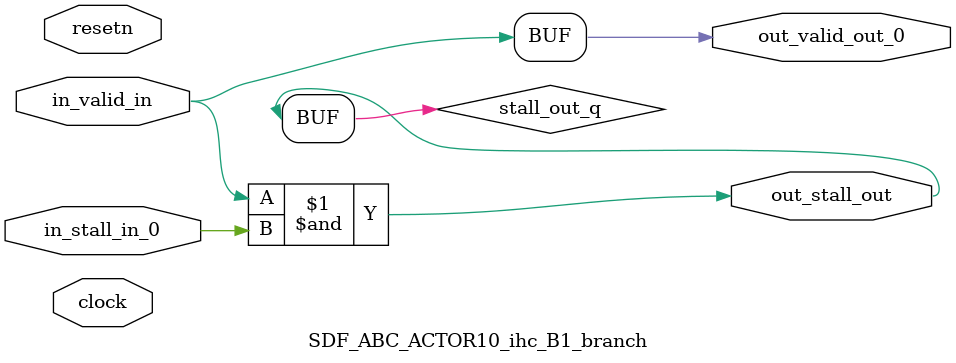
<source format=sv>



(* altera_attribute = "-name AUTO_SHIFT_REGISTER_RECOGNITION OFF; -name MESSAGE_DISABLE 10036; -name MESSAGE_DISABLE 10037; -name MESSAGE_DISABLE 14130; -name MESSAGE_DISABLE 14320; -name MESSAGE_DISABLE 15400; -name MESSAGE_DISABLE 14130; -name MESSAGE_DISABLE 10036; -name MESSAGE_DISABLE 12020; -name MESSAGE_DISABLE 12030; -name MESSAGE_DISABLE 12010; -name MESSAGE_DISABLE 12110; -name MESSAGE_DISABLE 14320; -name MESSAGE_DISABLE 13410; -name MESSAGE_DISABLE 113007; -name MESSAGE_DISABLE 10958" *)
module SDF_ABC_ACTOR10_ihc_B1_branch (
    input wire [0:0] in_stall_in_0,
    input wire [0:0] in_valid_in,
    output wire [0:0] out_stall_out,
    output wire [0:0] out_valid_out_0,
    input wire clock,
    input wire resetn
    );

    wire [0:0] stall_out_q;


    // stall_out(LOGICAL,6)
    assign stall_out_q = in_valid_in & in_stall_in_0;

    // out_stall_out(GPOUT,4)
    assign out_stall_out = stall_out_q;

    // out_valid_out_0(GPOUT,5)
    assign out_valid_out_0 = in_valid_in;

endmodule

</source>
